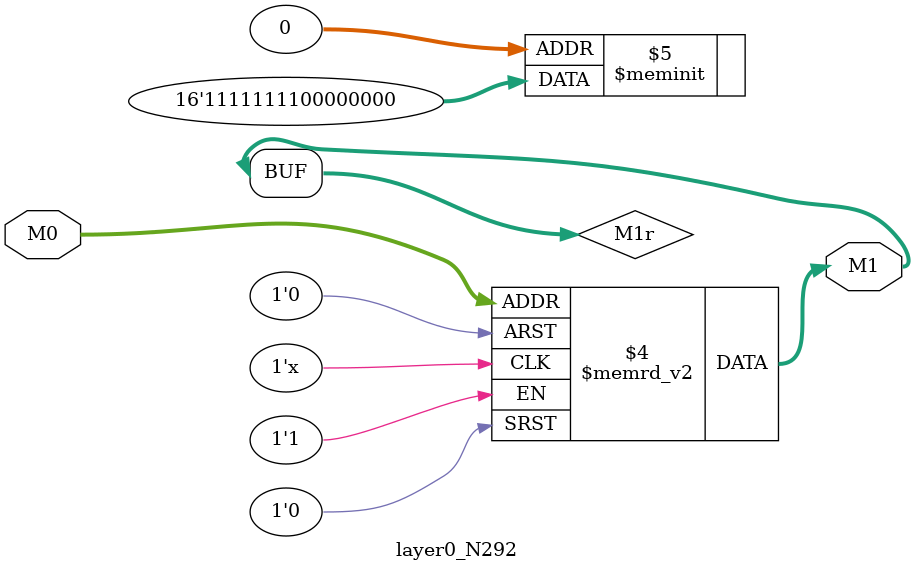
<source format=v>
module layer0_N292 ( input [2:0] M0, output [1:0] M1 );

	(*rom_style = "distributed" *) reg [1:0] M1r;
	assign M1 = M1r;
	always @ (M0) begin
		case (M0)
			3'b000: M1r = 2'b00;
			3'b100: M1r = 2'b11;
			3'b010: M1r = 2'b00;
			3'b110: M1r = 2'b11;
			3'b001: M1r = 2'b00;
			3'b101: M1r = 2'b11;
			3'b011: M1r = 2'b00;
			3'b111: M1r = 2'b11;

		endcase
	end
endmodule

</source>
